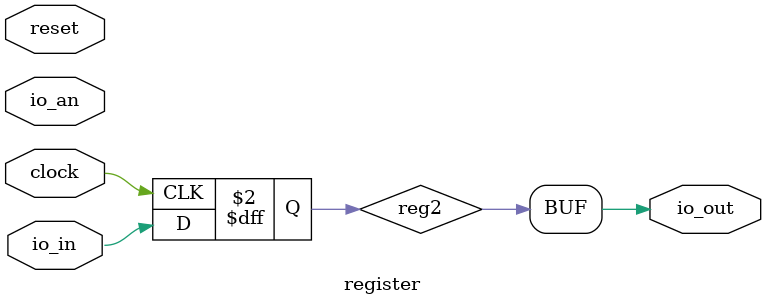
<source format=v>
module register(
  input   clock,
  input   reset,
  input   io_in,
  input   io_an,
  output  io_out
);
`ifdef RANDOMIZE_REG_INIT
  reg [31:0] _RAND_0;
`endif // RANDOMIZE_REG_INIT
  reg  reg2; // @[register.scala 15:18]
  assign io_out = reg2; // @[register.scala 17:10]
  always @(posedge clock) begin
    reg2 <= io_in; // @[register.scala 16:8]
  end
// Register and memory initialization
`ifdef RANDOMIZE_GARBAGE_ASSIGN
`define RANDOMIZE
`endif
`ifdef RANDOMIZE_INVALID_ASSIGN
`define RANDOMIZE
`endif
`ifdef RANDOMIZE_REG_INIT
`define RANDOMIZE
`endif
`ifdef RANDOMIZE_MEM_INIT
`define RANDOMIZE
`endif
`ifndef RANDOM
`define RANDOM $random
`endif
`ifdef RANDOMIZE_MEM_INIT
  integer initvar;
`endif
`ifndef SYNTHESIS
`ifdef FIRRTL_BEFORE_INITIAL
`FIRRTL_BEFORE_INITIAL
`endif
initial begin
  `ifdef RANDOMIZE
    `ifdef INIT_RANDOM
      `INIT_RANDOM
    `endif
    `ifndef VERILATOR
      `ifdef RANDOMIZE_DELAY
        #`RANDOMIZE_DELAY begin end
      `else
        #0.002 begin end
      `endif
    `endif
`ifdef RANDOMIZE_REG_INIT
  _RAND_0 = {1{`RANDOM}};
  reg2 = _RAND_0[0:0];
`endif // RANDOMIZE_REG_INIT
  `endif // RANDOMIZE
end // initial
`ifdef FIRRTL_AFTER_INITIAL
`FIRRTL_AFTER_INITIAL
`endif
`endif // SYNTHESIS
endmodule

</source>
